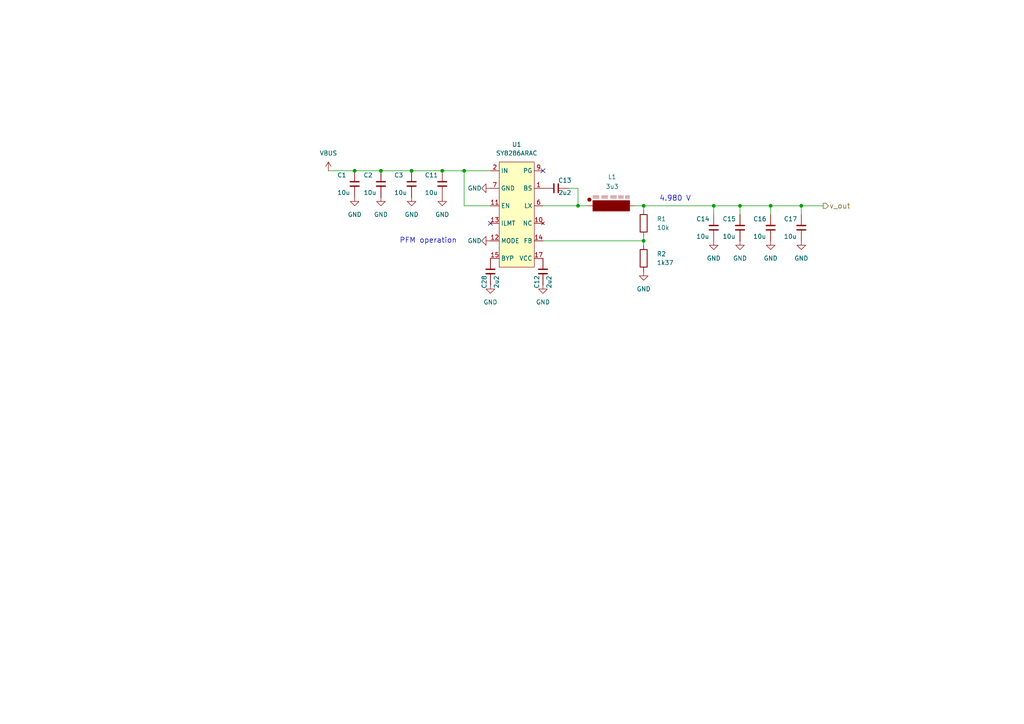
<source format=kicad_sch>
(kicad_sch (version 20231120) (generator "eeschema") (generator_version "8.0")
  (paper "A4")
  (title_block (date "2024-10-19") (rev "2"))
  (lib_symbols
    (symbol "Device:R" (pin_numbers hide) (pin_names (offset 0))
      (property "Reference" "R" (at 2.032 0 90))
      (property "Value" "R" (at 0 0 90))
      (symbol "R_0_1"
        (rectangle (start -1.016 -2.54) (end 1.016 2.54) (stroke (width 0.254)))
      )
      (symbol "R_1_1"
        (pin passive line (at 0 3.81 270) (length 1.27) (name "~") (number "1"))
        (pin passive line (at 0 -3.81 90) (length 1.27) (name "~") (number "2"))
      )
    )
    (symbol "crtdriver2:C_0603_X7R" (pin_numbers hide) (pin_names (offset 0) hide)
      (property "Reference" "C46" (at -2.54 -2.54 90))
      (property "Value" "1u" (at 2.54 -2.54 90))
      (symbol "C_0603_X7R_0_1"
        (polyline (pts (xy 0.635 1.27) (xy 0.635 -1.27)) (stroke (width 0.381)))
        (polyline (pts (xy -0.635 1.27) (xy -0.635 -1.27) (xy -0.635 0.635)) (stroke (width 0.381)))
      )
      (symbol "C_0603_X7R_1_1"
        (pin passive line (at -3.81 0 0) (length 3.175) (name "A") (number "1"))
        (pin passive line (at 3.81 0 180) (length 3.175) (name "K") (number "2"))
      )
    )
    (symbol "crtdriver2:C_1206_X7R" (pin_numbers hide) (pin_names (offset 0) hide)
      (property "Reference" "C40" (at 0 2.54 0))
      (property "Value" "10n" (at 0 -2.54 0))
      (symbol "C_1206_X7R_0_1"
        (polyline (pts (xy 0.635 1.27) (xy 0.635 -1.27)) (stroke (width 0.381)))
        (polyline (pts (xy -0.635 1.27) (xy -0.635 -1.27) (xy -0.635 0.635)) (stroke (width 0.381)))
      )
      (symbol "C_1206_X7R_1_1"
        (pin passive line (at -3.81 0 0) (length 3.175) (name "A") (number "1"))
        (pin passive line (at 3.81 0 180) (length 3.175) (name "K") (number "2"))
      )
    )
    (symbol "espirgbani:SY8286A"
      (property "Reference" "U" (at 0 0 0))
      (property "Value" "SY8286ARAC" (at 21.082 -29.718 0))
      (symbol "SY8286A_1_1"
        (rectangle (start 13.97 15.24) (end 24.13 -15.24) (fill (type background)))
        (pin input line (at 26.67 7.62 180) (length 2.54) (name "BS") (number "1"))
        (pin no_connect line (at 26.67 -2.54 180) (length 2.54) (name "NC") (number "10"))
        (pin input line (at 11.43 2.54 0) (length 2.54) (name "EN") (number "11"))
        (pin input line (at 11.43 -7.62 0) (length 2.54) (name "MODE") (number "12"))
        (pin input line (at 11.43 -2.54 0) (length 2.54) (name "ILMT") (number "13"))
        (pin input line (at 26.67 -7.62 180) (length 2.54) (name "FB") (number "14"))
        (pin input line (at 11.43 -12.7 0) (length 2.54) (name "BYP") (number "15"))
        (pin no_connect line (at 26.67 -2.54 180) (length 2.54) hide (name "NC") (number "16"))
        (pin power_in line (at 26.67 -12.7 180) (length 2.54) (name "VCC") (number "17"))
        (pin power_in line (at 11.43 7.62 0) (length 2.54) hide (name "GND") (number "18"))
        (pin input line (at 26.67 2.54 180) (length 2.54) hide (name "LX") (number "19"))
        (pin input line (at 11.43 12.7 0) (length 2.54) (name "IN") (number "2"))
        (pin input line (at 26.67 2.54 180) (length 2.54) hide (name "LX") (number "20"))
        (pin power_in line (at 11.43 7.62 0) (length 2.54) hide (name "GND") (number "21"))
        (pin input line (at 11.43 12.7 0) (length 2.54) hide (name "IN") (number "3"))
        (pin input line (at 11.43 12.7 0) (length 2.54) hide (name "IN") (number "4"))
        (pin input line (at 11.43 12.7 0) (length 2.54) hide (name "IN") (number "5"))
        (pin input line (at 26.67 2.54 180) (length 2.54) (name "LX") (number "6"))
        (pin power_in line (at 11.43 7.62 0) (length 2.54) (name "GND") (number "7"))
        (pin power_in line (at 11.43 7.62 0) (length 2.54) hide (name "GND") (number "8"))
        (pin open_collector line (at 26.67 12.7 180) (length 2.54) (name "PG") (number "9"))
      )
    )
    (symbol "passive_magnetic:L-EU_Big_Fe" (pin_numbers hide) (pin_names (offset 1.016) hide)
      (property "Reference" "L" (at -4.572 -6.858 90))
      (property "Value" "L-EU_Big_Fe" (at 3.81 -7.112 90))
      (symbol "L-EU_Big_Fe_0_1"
        (circle (center -1.778 -8.128) (radius 0.508) (fill (type outline)))
        (rectangle (start -1.524 3.556) (end 1.524 -7.112) (fill (type outline)))
        (polyline (pts (xy -2.794 -7.112) (xy -2.794 -5.334)))
        (polyline (pts (xy -2.794 -4.572) (xy -2.794 -2.794)))
        (polyline (pts (xy -2.794 -2.032) (xy -2.794 -0.254)))
        (polyline (pts (xy -2.794 0.254) (xy -2.794 1.778)))
        (polyline (pts (xy -2.794 2.286) (xy -2.794 2.54)))
        (polyline (pts (xy -2.794 2.54) (xy -2.794 3.556)))
        (polyline (pts (xy -2.286 -7.112) (xy -2.286 -5.334)))
        (polyline (pts (xy -2.286 -4.572) (xy -2.286 -2.794)))
        (polyline (pts (xy -2.286 -2.032) (xy -2.286 -0.254)))
        (polyline (pts (xy -2.286 0.254) (xy -2.286 1.778)))
        (polyline (pts (xy -2.286 2.286) (xy -2.286 2.54)))
        (polyline (pts (xy -2.286 2.54) (xy -2.286 3.556)))
      )
      (symbol "L-EU_Big_Fe_1_1"
        (pin passive line (at 0 5.08 270) (length 2.54) (name "1") (number "1"))
        (pin passive line (at 0 -8.89 90) (length 2.54) (name "2") (number "2"))
      )
    )
    (symbol "power:GND" (power) (pin_numbers hide) (pin_names (offset 0) hide)
      (property "Value" "GND" (at 0 -3.81 0))
      (symbol "GND_0_1"
        (polyline (pts (xy 0 0) (xy 0 -1.27) (xy 1.27 -1.27) (xy 0 -2.54) (xy -1.27 -1.27) (xy 0 -1.27)))
      )
      (symbol "GND_1_1"
        (pin power_in line (at 0 0 270) (length 0) (name "~") (number "1"))
      )
    )
    (symbol "power:VBUS" (power) (pin_numbers hide) (pin_names (offset 0) hide)
      (property "Value" "VBUS" (at 0 3.556 0))
      (symbol "VBUS_0_1"
        (polyline (pts (xy -0.762 1.27) (xy 0 2.54)))
        (polyline (pts (xy 0 0) (xy 0 2.54)))
        (polyline (pts (xy 0 2.54) (xy 0.762 1.27)))
      )
      (symbol "VBUS_1_1"
        (pin power_in line (at 0 0 90) (length 0) (name "~") (number "1"))
      )
    )
  )
  (junction (at 128.27 49.53))
  (junction (at 134.62 49.53))
  (junction (at 110.49 49.53))
  (junction (at 214.63 59.69))
  (junction (at 119.38 49.53))
  (junction (at 232.41 59.69))
  (junction (at 207.01 59.69))
  (junction (at 102.87 49.53))
  (junction (at 167.64 59.69))
  (junction (at 186.69 59.69))
  (junction (at 186.69 69.85))
  (junction (at 223.52 59.69))
  (no_connect (at 142.24 64.77))
  (no_connect (at 157.48 49.53))
  (wire (pts (xy 157.48 59.69) (xy 167.64 59.69)))
  (wire (pts (xy 128.27 49.53) (xy 134.62 49.53)))
  (wire (pts (xy 223.52 62.23) (xy 223.52 59.69)))
  (wire (pts (xy 184.15 59.69) (xy 186.69 59.69)))
  (wire (pts (xy 134.62 49.53) (xy 142.24 49.53)))
  (wire (pts (xy 102.87 49.53) (xy 110.49 49.53)))
  (wire (pts (xy 232.41 59.69) (xy 238.76 59.69)))
  (wire (pts (xy 186.69 69.85) (xy 186.69 68.58)))
  (wire (pts (xy 186.69 60.96) (xy 186.69 59.69)))
  (wire (pts (xy 186.69 71.12) (xy 186.69 69.85)))
  (wire (pts (xy 214.63 59.69) (xy 223.52 59.69)))
  (wire (pts (xy 232.41 62.23) (xy 232.41 59.69)))
  (wire (pts (xy 157.48 69.85) (xy 186.69 69.85)))
  (wire (pts (xy 223.52 59.69) (xy 232.41 59.69)))
  (wire (pts (xy 110.49 49.53) (xy 119.38 49.53)))
  (wire (pts (xy 165.1 54.61) (xy 167.64 54.61)))
  (wire (pts (xy 207.01 62.23) (xy 207.01 59.69)))
  (wire (pts (xy 214.63 62.23) (xy 214.63 59.69)))
  (wire (pts (xy 134.62 59.69) (xy 134.62 49.53)))
  (wire (pts (xy 167.64 59.69) (xy 170.18 59.69)))
  (wire (pts (xy 142.24 59.69) (xy 134.62 59.69)))
  (wire (pts (xy 95.25 49.53) (xy 102.87 49.53)))
  (wire (pts (xy 186.69 59.69) (xy 207.01 59.69)))
  (wire (pts (xy 207.01 59.69) (xy 214.63 59.69)))
  (wire (pts (xy 167.64 54.61) (xy 167.64 59.69)))
  (wire (pts (xy 119.38 49.53) (xy 128.27 49.53)))
  (text "4.980 V" (at 195.834 57.658 0) (effects (font (size 1.524 1.524))))
  (text "PFM operation" (at 124.206 69.85 0) (effects (font (size 1.524 1.524))))
  (hierarchical_label "v_out" (shape output) (at 238.76 59.69 0) (effects (font (size 1.524 1.524))))
  (symbol (lib_id "power:GND") (at 128.27 57.15 0) (unit 1)
    (property "Reference" "#PWR018" (effects (hide yes)))
    (property "Value" "GND" (at 128.27 62.23 0))
    (property "Description" "Power symbol creates a global label with name \"GND\" , ground" (effects (hide yes)))
    (instances (project "rgb" (path "" (reference "#PWR018") (unit 1)) (path "" (reference "#PWR056") (unit 1))))
  )
  (symbol (lib_id "crtdriver2:C_1206_X7R") (at 128.27 53.34 90) (unit 1)
    (property "Reference" "C11" (at 123.19 50.8 90) (effects (justify right)))
    (property "Value" "10u" (at 123.19 55.88 90) (effects (justify right)))
    (property "Footprint" "Capacitor_SMD:C_1206_3216Metric" (effects (hide yes)))
    (property "JLCPN" "C13585" (effects (hide yes)))
    (instances (project "rgb" (path "" (reference "C11") (unit 1)) (path "" (reference "C21") (unit 1))))
  )
  (symbol (lib_id "power:GND") (at 102.87 57.15 0) (unit 1)
    (property "Reference" "#PWR05" (effects (hide yes)))
    (property "Value" "GND" (at 102.87 62.23 0))
    (property "Description" "Power symbol creates a global label with name \"GND\" , ground" (effects (hide yes)))
    (instances (project "rgb" (path "" (reference "#PWR05") (unit 1)) (path "" (reference "#PWR053") (unit 1))))
  )
  (symbol (lib_id "power:GND") (at 142.24 82.55 0) (unit 1)
    (property "Reference" "#PWR068" (effects (hide yes)))
    (property "Value" "GND" (at 142.24 87.63 0))
    (property "Description" "Power symbol creates a global label with name \"GND\" , ground" (effects (hide yes)))
    (instances (project "rgb" (path "" (reference "#PWR068") (unit 1)) (path "" (reference "#PWR069") (unit 1))))
  )
  (symbol (lib_id "power:GND") (at 223.52 69.85 0) (unit 1)
    (property "Reference" "#PWR010" (effects (hide yes)))
    (property "Value" "GND" (at 223.52 74.93 0))
    (property "Description" "Power symbol creates a global label with name \"GND\" , ground" (effects (hide yes)))
    (instances (project "rgb" (path "" (reference "#PWR010") (unit 1)) (path "" (reference "#PWR063") (unit 1))))
  )
  (symbol (lib_id "espirgbani:SY8286A") (at 130.81 62.23 0) (unit 1)
    (property "Reference" "U1" (at 149.86 41.91 0))
    (property "Value" "SY8286ARAC" (at 149.86 44.45 0))
    (property "Footprint" "Package_DFN_QFN:QFN-20-1EP_3x3mm_P0.45mm_EP1.6x1.6mm" (effects (hide yes)))
    (property "Datasheet" "https://www.lcsc.com/datasheet/lcsc_datasheet_1806090926_Silergy-Corp-SY8286ARAC_C178251.pdf" (effects (hide yes)))
    (property "Description" "Step-down type 6A 4V~23V QFN-20-EP(3x3) DC-DC Converters ROHS" (effects (hide yes)))
    (instances (project "rgb" (path "" (reference "U1") (unit 1)) (path "" (reference "U2") (unit 1))))
  )
  (symbol (lib_id "crtdriver2:C_1206_X7R") (at 232.41 66.04 90) (unit 1)
    (property "Reference" "C17" (at 227.33 63.5 90) (effects (justify right)))
    (property "Value" "10u" (at 227.33 68.58 90) (effects (justify right)))
    (property "Footprint" "Capacitor_SMD:C_1206_3216Metric" (effects (hide yes)))
    (property "JLCPN" "C13585" (effects (hide yes)))
    (instances (project "rgb" (path "" (reference "C17") (unit 1)) (path "" (reference "C27") (unit 1))))
  )
  (symbol (lib_id "crtdriver2:C_0603_X7R") (at 142.24 78.74 270) (unit 1)
    (property "Reference" "C28" (at 140.462 81.788 0))
    (property "Value" "2u2" (at 144.018 81.788 0))
    (property "Footprint" "Capacitor_SMD:C_0603_1608Metric" (effects (hide yes)))
    (instances (project "rgb" (path "" (reference "C28") (unit 1)) (path "" (reference "C29") (unit 1))))
  )
  (symbol (lib_id "crtdriver2:C_1206_X7R") (at 102.87 53.34 90) (unit 1)
    (property "Reference" "C1" (at 97.79 50.8 90) (effects (justify right)))
    (property "Value" "10u" (at 97.79 55.88 90) (effects (justify right)))
    (property "Footprint" "Capacitor_SMD:C_1206_3216Metric" (effects (hide yes)))
    (property "JLCPN" "C13585" (effects (hide yes)))
    (instances (project "rgb" (path "" (reference "C1") (unit 1)) (path "" (reference "C18") (unit 1))))
  )
  (symbol (lib_id "power:GND") (at 214.63 69.85 0) (unit 1)
    (property "Reference" "#PWR06" (effects (hide yes)))
    (property "Value" "GND" (at 214.63 74.93 0))
    (property "Description" "Power symbol creates a global label with name \"GND\" , ground" (effects (hide yes)))
    (instances (project "rgb" (path "" (reference "#PWR06") (unit 1)) (path "" (reference "#PWR062") (unit 1))))
  )
  (symbol (lib_id "crtdriver2:C_1206_X7R") (at 223.52 66.04 90) (unit 1)
    (property "Reference" "C16" (at 218.44 63.5 90) (effects (justify right)))
    (property "Value" "10u" (at 218.44 68.58 90) (effects (justify right)))
    (property "Footprint" "Capacitor_SMD:C_1206_3216Metric" (effects (hide yes)))
    (property "JLCPN" "C13585" (effects (hide yes)))
    (instances (project "rgb" (path "" (reference "C16") (unit 1)) (path "" (reference "C26") (unit 1))))
  )
  (symbol (lib_id "crtdriver2:C_1206_X7R") (at 119.38 53.34 90) (unit 1)
    (property "Reference" "C3" (at 114.3 50.8 90) (effects (justify right)))
    (property "Value" "10u" (at 114.3 55.88 90) (effects (justify right)))
    (property "Footprint" "Capacitor_SMD:C_1206_3216Metric" (effects (hide yes)))
    (property "JLCPN" "C13585" (effects (hide yes)))
    (instances (project "rgb" (path "" (reference "C3") (unit 1)) (path "" (reference "C20") (unit 1))))
  )
  (symbol (lib_id "crtdriver2:C_1206_X7R") (at 110.49 53.34 90) (unit 1)
    (property "Reference" "C2" (at 105.41 50.8 90) (effects (justify right)))
    (property "Value" "10u" (at 105.41 55.88 90) (effects (justify right)))
    (property "Footprint" "Capacitor_SMD:C_1206_3216Metric" (effects (hide yes)))
    (property "JLCPN" "C13585" (effects (hide yes)))
    (instances (project "rgb" (path "" (reference "C2") (unit 1)) (path "" (reference "C19") (unit 1))))
  )
  (symbol (lib_id "power:GND") (at 232.41 69.85 0) (unit 1)
    (property "Reference" "#PWR014" (effects (hide yes)))
    (property "Value" "GND" (at 232.41 74.93 0))
    (property "Description" "Power symbol creates a global label with name \"GND\" , ground" (effects (hide yes)))
    (instances (project "rgb" (path "" (reference "#PWR014") (unit 1)) (path "" (reference "#PWR064") (unit 1))))
  )
  (symbol (lib_id "power:GND") (at 142.24 54.61 270) (unit 1)
    (property "Reference" "#PWR08" (effects (hide yes)))
    (property "Value" "GND" (at 139.7 54.6099 90) (effects (justify right)))
    (property "Description" "Power symbol creates a global label with name \"GND\" , ground" (effects (hide yes)))
    (instances (project "rgb" (path "" (reference "#PWR08") (unit 1)) (path "" (reference "#PWR057") (unit 1))))
  )
  (symbol (lib_id "crtdriver2:C_0603_X7R") (at 157.48 78.74 270) (unit 1)
    (property "Reference" "C12" (at 155.702 81.788 0))
    (property "Value" "2u2" (at 159.258 81.788 0))
    (property "Footprint" "Capacitor_SMD:C_0603_1608Metric" (effects (hide yes)))
    (instances (project "rgb" (path "" (reference "C12") (unit 1)) (path "" (reference "C22") (unit 1))))
  )
  (symbol (lib_id "Device:R") (at 186.69 64.77 0) (unit 1)
    (property "Reference" "R1" (at 190.5 63.4999 0) (effects (justify left)))
    (property "Value" "10k" (at 190.5 66.0399 0) (effects (justify left)))
    (property "Footprint" "Resistor_SMD:R_0603_1608Metric" (effects (hide yes)))
    (property "Description" "Resistor" (effects (hide yes)))
    (instances (project "rgb" (path "" (reference "R1") (unit 1)) (path "" (reference "R3") (unit 1))))
  )
  (symbol (lib_id "power:GND") (at 142.24 69.85 270) (unit 1)
    (property "Reference" "#PWR09" (effects (hide yes)))
    (property "Value" "GND" (at 139.7 69.8499 90) (effects (justify right)))
    (property "Description" "Power symbol creates a global label with name \"GND\" , ground" (effects (hide yes)))
    (instances (project "rgb" (path "" (reference "#PWR09") (unit 1)) (path "" (reference "#PWR058") (unit 1))))
  )
  (symbol (lib_id "power:GND") (at 186.69 78.74 0) (unit 1)
    (property "Reference" "#PWR026" (effects (hide yes)))
    (property "Value" "GND" (at 186.69 83.82 0))
    (property "Description" "Power symbol creates a global label with name \"GND\" , ground" (effects (hide yes)))
    (instances (project "rgb" (path "" (reference "#PWR026") (unit 1)) (path "" (reference "#PWR060") (unit 1))))
  )
  (symbol (lib_id "power:VBUS") (at 95.25 49.53 0) (unit 1)
    (property "Reference" "#PWR051" (effects (hide yes)))
    (property "Value" "VBUS" (at 95.25 44.45 0))
    (property "Description" "Power symbol creates a global label with name \"VBUS\"" (effects (hide yes)))
    (instances (project "rgb" (path "" (reference "#PWR051") (unit 1)) (path "" (reference "#PWR052") (unit 1))))
  )
  (symbol (lib_id "passive_magnetic:L-EU_Big_Fe") (at 179.07 59.69 270) (unit 1)
    (property "Reference" "L1" (at 177.546 51.308 90))
    (property "Value" "3u3" (at 177.546 54.102 90))
    (property "Footprint" "Inductor_SMD:L_Sunlord_MWSA0503S" (effects (hide yes)))
    (property "Datasheet" "https://www.lcsc.com/datasheet/lcsc_datasheet_2409271703_Sunltech-Tech-SLO0530H3R3MTT_C325963.pdf" (effects (hide yes)))
    (property "Description" "3.3 uH, 5 A" (effects (hide yes)))
    (property "JLCPN" "C325963" (effects (hide yes)))
    (instances (project "rgb" (path "" (reference "L1") (unit 1)) (path "" (reference "L2") (unit 1))))
  )
  (symbol (lib_id "Device:R") (at 186.69 74.93 0) (unit 1)
    (property "Reference" "R2" (at 190.5 73.6599 0) (effects (justify left)))
    (property "Value" "1k37" (at 190.5 76.1999 0) (effects (justify left)))
    (property "Footprint" "Resistor_SMD:R_0603_1608Metric" (effects (hide yes)))
    (property "Description" "Resistor" (effects (hide yes)))
    (instances (project "rgb" (path "" (reference "R2") (unit 1)) (path "" (reference "R15") (unit 1))))
  )
  (symbol (lib_id "power:GND") (at 110.49 57.15 0) (unit 1)
    (property "Reference" "#PWR07" (effects (hide yes)))
    (property "Value" "GND" (at 110.49 62.23 0))
    (property "Description" "Power symbol creates a global label with name \"GND\" , ground" (effects (hide yes)))
    (instances (project "rgb" (path "" (reference "#PWR07") (unit 1)) (path "" (reference "#PWR054") (unit 1))))
  )
  (symbol (lib_id "crtdriver2:C_1206_X7R") (at 214.63 66.04 90) (unit 1)
    (property "Reference" "C15" (at 209.55 63.5 90) (effects (justify right)))
    (property "Value" "10u" (at 209.55 68.58 90) (effects (justify right)))
    (property "Footprint" "Capacitor_SMD:C_1206_3216Metric" (effects (hide yes)))
    (property "JLCPN" "C13585" (effects (hide yes)))
    (instances (project "rgb" (path "" (reference "C15") (unit 1)) (path "" (reference "C25") (unit 1))))
  )
  (symbol (lib_id "power:GND") (at 119.38 57.15 0) (unit 1)
    (property "Reference" "#PWR011" (effects (hide yes)))
    (property "Value" "GND" (at 119.38 62.23 0))
    (property "Description" "Power symbol creates a global label with name \"GND\" , ground" (effects (hide yes)))
    (instances (project "rgb" (path "" (reference "#PWR011") (unit 1)) (path "" (reference "#PWR055") (unit 1))))
  )
  (symbol (lib_id "power:GND") (at 207.01 69.85 0) (unit 1)
    (property "Reference" "#PWR04" (effects (hide yes)))
    (property "Value" "GND" (at 207.01 74.93 0))
    (property "Description" "Power symbol creates a global label with name \"GND\" , ground" (effects (hide yes)))
    (instances (project "rgb" (path "" (reference "#PWR04") (unit 1)) (path "" (reference "#PWR061") (unit 1))))
  )
  (symbol (lib_id "power:GND") (at 157.48 82.55 0) (unit 1)
    (property "Reference" "#PWR025" (effects (hide yes)))
    (property "Value" "GND" (at 157.48 87.63 0))
    (property "Description" "Power symbol creates a global label with name \"GND\" , ground" (effects (hide yes)))
    (instances (project "rgb" (path "" (reference "#PWR025") (unit 1)) (path "" (reference "#PWR059") (unit 1))))
  )
  (symbol (lib_id "crtdriver2:C_1206_X7R") (at 207.01 66.04 90) (unit 1)
    (property "Reference" "C14" (at 201.93 63.5 90) (effects (justify right)))
    (property "Value" "10u" (at 201.93 68.58 90) (effects (justify right)))
    (property "Footprint" "Capacitor_SMD:C_1206_3216Metric" (effects (hide yes)))
    (property "JLCPN" "C13585" (effects (hide yes)))
    (instances (project "rgb" (path "" (reference "C14") (unit 1)) (path "" (reference "C24") (unit 1))))
  )
  (symbol (lib_id "crtdriver2:C_0603_X7R") (at 161.29 54.61 180) (unit 1)
    (property "Reference" "C13" (at 163.83 52.324 0))
    (property "Value" "2u2" (at 163.83 55.88 0))
    (property "Footprint" "Capacitor_SMD:C_0603_1608Metric" (effects (hide yes)))
    (instances (project "rgb" (path "" (reference "C13") (unit 1)) (path "" (reference "C23") (unit 1))))
  )
)
</source>
